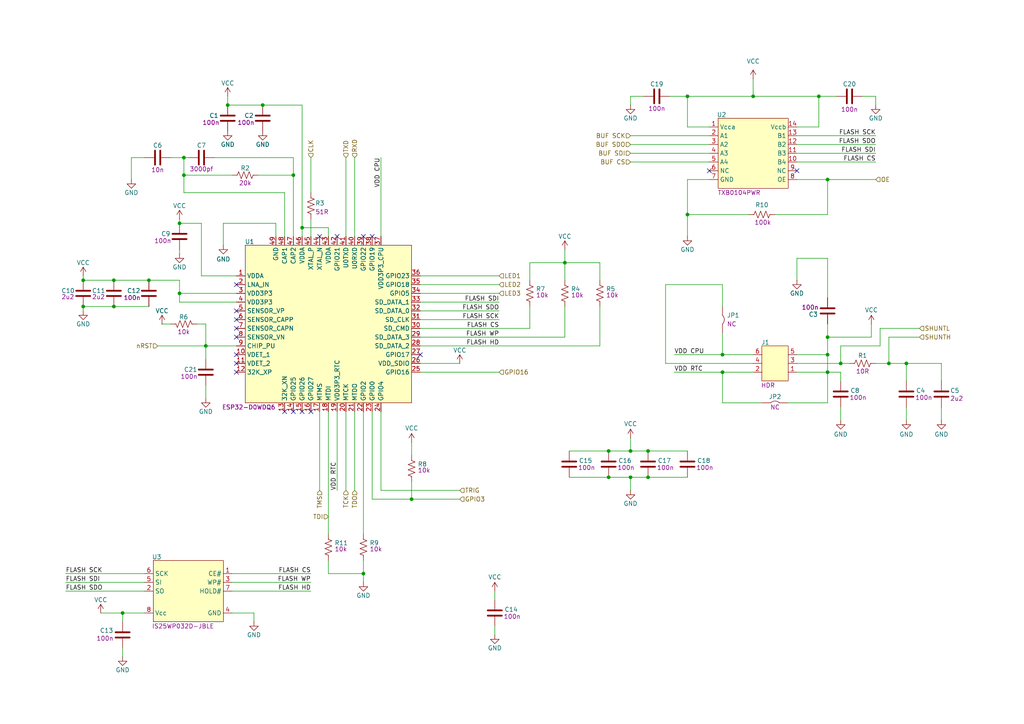
<source format=kicad_sch>
(kicad_sch (version 20231120) (generator "eeschema") (generator_version "8.0")
  (paper "A4")
  (junction (at 182.88 138.43))
  (junction (at 240.03 52.07))
  (junction (at 35.56 177.8))
  (junction (at 76.2 30.48))
  (junction (at 240.03 97.79))
  (junction (at 163.83 76.2))
  (junction (at 240.03 107.95))
  (junction (at 209.55 107.95))
  (junction (at 243.84 105.41))
  (junction (at 187.96 138.43))
  (junction (at 33.02 88.9))
  (junction (at 85.09 50.8))
  (junction (at 218.44 27.94))
  (junction (at 199.39 62.23))
  (junction (at 105.41 166.37))
  (junction (at 66.04 30.48))
  (junction (at 53.34 45.72))
  (junction (at 59.69 100.33))
  (junction (at 199.39 27.94))
  (junction (at 52.07 85.09))
  (junction (at 24.13 88.9))
  (junction (at 43.18 81.28))
  (junction (at 209.55 102.87))
  (junction (at 24.13 81.28))
  (junction (at 87.63 66.04))
  (junction (at 187.96 130.81))
  (junction (at 257.81 105.41))
  (junction (at 262.89 105.41))
  (junction (at 237.49 27.94))
  (junction (at 52.07 64.77))
  (junction (at 119.38 144.78))
  (junction (at 176.53 138.43))
  (junction (at 33.02 81.28))
  (junction (at 53.34 50.8))
  (junction (at 182.88 130.81))
  (junction (at 176.53 130.81))
  (junction (at 240.03 102.87))
  (no_connect (at 68.58 107.95))
  (no_connect (at 85.09 119.38))
  (no_connect (at 68.58 90.17))
  (no_connect (at 68.58 95.25))
  (no_connect (at 205.74 49.53))
  (no_connect (at 105.41 68.58))
  (no_connect (at 68.58 105.41))
  (no_connect (at 231.14 49.53))
  (no_connect (at 121.92 102.87))
  (no_connect (at 107.95 68.58))
  (no_connect (at 92.71 68.58))
  (no_connect (at 87.63 119.38))
  (no_connect (at 68.58 82.55))
  (no_connect (at 68.58 92.71))
  (no_connect (at 90.17 119.38))
  (no_connect (at 68.58 97.79))
  (no_connect (at 68.58 102.87))
  (no_connect (at 97.79 68.58))
  (no_connect (at 82.55 119.38))
  (wire (pts (xy 195.58 107.95) (xy 209.55 107.95)))
  (wire (pts (xy 80.01 64.77) (xy 64.77 64.77)))
  (wire (pts (xy 187.96 130.81) (xy 199.39 130.81)))
  (wire (pts (xy 237.49 27.94) (xy 237.49 36.83)))
  (wire (pts (xy 67.31 171.45) (xy 90.17 171.45)))
  (wire (pts (xy 105.41 119.38) (xy 105.41 154.94)))
  (wire (pts (xy 52.07 63.5) (xy 52.07 64.77)))
  (wire (pts (xy 53.34 45.72) (xy 54.61 45.72)))
  (wire (pts (xy 19.05 166.37) (xy 41.91 166.37)))
  (wire (pts (xy 243.84 107.95) (xy 243.84 110.49)))
  (wire (pts (xy 262.89 105.41) (xy 262.89 110.49)))
  (wire (pts (xy 52.07 73.66) (xy 52.07 72.39)))
  (wire (pts (xy 153.67 88.9) (xy 153.67 95.25)))
  (wire (pts (xy 67.31 168.91) (xy 90.17 168.91)))
  (wire (pts (xy 95.25 68.58) (xy 95.25 66.04)))
  (wire (pts (xy 110.49 142.24) (xy 133.35 142.24)))
  (wire (pts (xy 19.05 168.91) (xy 41.91 168.91)))
  (wire (pts (xy 240.03 74.93) (xy 231.14 74.93)))
  (wire (pts (xy 153.67 76.2) (xy 163.83 76.2)))
  (wire (pts (xy 182.88 46.99) (xy 205.74 46.99)))
  (wire (pts (xy 193.04 82.55) (xy 209.55 82.55)))
  (wire (pts (xy 262.89 105.41) (xy 273.05 105.41)))
  (wire (pts (xy 209.55 116.84) (xy 220.98 116.84)))
  (wire (pts (xy 24.13 88.9) (xy 24.13 90.17)))
  (wire (pts (xy 52.07 87.63) (xy 68.58 87.63)))
  (wire (pts (xy 82.55 68.58) (xy 82.55 55.88)))
  (wire (pts (xy 240.03 52.07) (xy 254 52.07)))
  (wire (pts (xy 143.51 171.45) (xy 143.51 173.99)))
  (wire (pts (xy 199.39 62.23) (xy 217.17 62.23)))
  (wire (pts (xy 110.49 142.24) (xy 110.49 119.38)))
  (wire (pts (xy 41.91 45.72) (xy 38.1 45.72)))
  (wire (pts (xy 73.66 177.8) (xy 73.66 180.34)))
  (wire (pts (xy 121.92 92.71) (xy 144.78 92.71)))
  (wire (pts (xy 49.53 93.98) (xy 46.99 93.98)))
  (wire (pts (xy 52.07 85.09) (xy 68.58 85.09)))
  (wire (pts (xy 121.92 107.95) (xy 144.78 107.95)))
  (wire (pts (xy 176.53 130.81) (xy 182.88 130.81)))
  (wire (pts (xy 187.96 138.43) (xy 199.39 138.43)))
  (wire (pts (xy 240.03 86.36) (xy 240.03 74.93)))
  (wire (pts (xy 110.49 68.58) (xy 110.49 45.72)))
  (wire (pts (xy 173.99 88.9) (xy 173.99 100.33)))
  (wire (pts (xy 255.27 95.25) (xy 266.7 95.25)))
  (wire (pts (xy 133.35 105.41) (xy 121.92 105.41)))
  (wire (pts (xy 67.31 166.37) (xy 90.17 166.37)))
  (wire (pts (xy 43.18 81.28) (xy 33.02 81.28)))
  (wire (pts (xy 24.13 80.01) (xy 24.13 81.28)))
  (wire (pts (xy 95.25 66.04) (xy 87.63 66.04)))
  (wire (pts (xy 273.05 118.11) (xy 273.05 121.92)))
  (wire (pts (xy 76.2 30.48) (xy 87.63 30.48)))
  (wire (pts (xy 95.25 162.56) (xy 95.25 166.37)))
  (wire (pts (xy 119.38 128.27) (xy 119.38 132.08)))
  (wire (pts (xy 209.55 102.87) (xy 218.44 102.87)))
  (wire (pts (xy 87.63 68.58) (xy 87.63 66.04)))
  (wire (pts (xy 186.69 27.94) (xy 182.88 27.94)))
  (wire (pts (xy 102.87 68.58) (xy 102.87 45.72)))
  (wire (pts (xy 182.88 27.94) (xy 182.88 30.48)))
  (wire (pts (xy 95.25 119.38) (xy 95.25 154.94)))
  (wire (pts (xy 165.1 138.43) (xy 176.53 138.43)))
  (wire (pts (xy 255.27 100.33) (xy 255.27 95.25)))
  (wire (pts (xy 250.19 27.94) (xy 254 27.94)))
  (wire (pts (xy 240.03 116.84) (xy 228.6 116.84)))
  (wire (pts (xy 121.92 100.33) (xy 173.99 100.33)))
  (wire (pts (xy 231.14 107.95) (xy 240.03 107.95)))
  (wire (pts (xy 199.39 62.23) (xy 199.39 68.58)))
  (wire (pts (xy 243.84 105.41) (xy 243.84 100.33)))
  (wire (pts (xy 33.02 81.28) (xy 24.13 81.28)))
  (wire (pts (xy 59.69 111.76) (xy 59.69 115.57)))
  (wire (pts (xy 52.07 64.77) (xy 58.42 64.77)))
  (wire (pts (xy 100.33 142.24) (xy 100.33 119.38)))
  (wire (pts (xy 231.14 105.41) (xy 243.84 105.41)))
  (wire (pts (xy 193.04 105.41) (xy 218.44 105.41)))
  (wire (pts (xy 240.03 97.79) (xy 252.73 97.79)))
  (wire (pts (xy 53.34 55.88) (xy 53.34 50.8)))
  (wire (pts (xy 209.55 107.95) (xy 209.55 116.84)))
  (wire (pts (xy 257.81 105.41) (xy 257.81 97.79)))
  (wire (pts (xy 231.14 44.45) (xy 254 44.45)))
  (wire (pts (xy 62.23 45.72) (xy 85.09 45.72)))
  (wire (pts (xy 59.69 93.98) (xy 57.15 93.98)))
  (wire (pts (xy 90.17 45.72) (xy 90.17 55.88)))
  (wire (pts (xy 97.79 142.24) (xy 97.79 119.38)))
  (wire (pts (xy 240.03 97.79) (xy 240.03 93.98)))
  (wire (pts (xy 231.14 41.91) (xy 254 41.91)))
  (wire (pts (xy 240.03 107.95) (xy 243.84 107.95)))
  (wire (pts (xy 199.39 27.94) (xy 218.44 27.94)))
  (wire (pts (xy 254 27.94) (xy 254 30.48)))
  (wire (pts (xy 243.84 118.11) (xy 243.84 121.92)))
  (wire (pts (xy 237.49 27.94) (xy 242.57 27.94)))
  (wire (pts (xy 143.51 181.61) (xy 143.51 184.15)))
  (wire (pts (xy 58.42 80.01) (xy 58.42 64.77)))
  (wire (pts (xy 209.55 107.95) (xy 218.44 107.95)))
  (wire (pts (xy 85.09 68.58) (xy 85.09 50.8)))
  (wire (pts (xy 100.33 68.58) (xy 100.33 45.72)))
  (wire (pts (xy 182.88 138.43) (xy 182.88 142.24)))
  (wire (pts (xy 199.39 27.94) (xy 199.39 36.83)))
  (wire (pts (xy 240.03 107.95) (xy 240.03 116.84)))
  (wire (pts (xy 252.73 93.98) (xy 252.73 97.79)))
  (wire (pts (xy 80.01 68.58) (xy 80.01 64.77)))
  (wire (pts (xy 199.39 52.07) (xy 199.39 62.23)))
  (wire (pts (xy 231.14 102.87) (xy 240.03 102.87)))
  (wire (pts (xy 90.17 63.5) (xy 90.17 68.58)))
  (wire (pts (xy 121.92 90.17) (xy 144.78 90.17)))
  (wire (pts (xy 163.83 76.2) (xy 173.99 76.2)))
  (wire (pts (xy 53.34 50.8) (xy 53.34 45.72)))
  (wire (pts (xy 119.38 139.7) (xy 119.38 144.78)))
  (wire (pts (xy 95.25 166.37) (xy 105.41 166.37)))
  (wire (pts (xy 262.89 118.11) (xy 262.89 121.92)))
  (wire (pts (xy 231.14 36.83) (xy 237.49 36.83)))
  (wire (pts (xy 254 105.41) (xy 257.81 105.41)))
  (wire (pts (xy 52.07 85.09) (xy 52.07 81.28)))
  (wire (pts (xy 121.92 97.79) (xy 163.83 97.79)))
  (wire (pts (xy 33.02 88.9) (xy 43.18 88.9)))
  (wire (pts (xy 66.04 27.94) (xy 66.04 30.48)))
  (wire (pts (xy 195.58 102.87) (xy 209.55 102.87)))
  (wire (pts (xy 163.83 88.9) (xy 163.83 97.79)))
  (wire (pts (xy 87.63 30.48) (xy 87.63 66.04)))
  (wire (pts (xy 74.93 50.8) (xy 85.09 50.8)))
  (wire (pts (xy 35.56 177.8) (xy 35.56 180.34)))
  (wire (pts (xy 240.03 102.87) (xy 240.03 107.95)))
  (wire (pts (xy 218.44 27.94) (xy 237.49 27.94)))
  (wire (pts (xy 243.84 100.33) (xy 255.27 100.33)))
  (wire (pts (xy 182.88 138.43) (xy 187.96 138.43)))
  (wire (pts (xy 231.14 39.37) (xy 254 39.37)))
  (wire (pts (xy 231.14 74.93) (xy 231.14 81.28)))
  (wire (pts (xy 107.95 119.38) (xy 107.95 144.78)))
  (wire (pts (xy 92.71 142.24) (xy 92.71 119.38)))
  (wire (pts (xy 224.79 62.23) (xy 240.03 62.23)))
  (wire (pts (xy 82.55 55.88) (xy 53.34 55.88)))
  (wire (pts (xy 53.34 50.8) (xy 67.31 50.8)))
  (wire (pts (xy 35.56 187.96) (xy 35.56 190.5)))
  (wire (pts (xy 205.74 36.83) (xy 199.39 36.83)))
  (wire (pts (xy 240.03 102.87) (xy 240.03 97.79)))
  (wire (pts (xy 209.55 96.52) (xy 209.55 102.87)))
  (wire (pts (xy 231.14 52.07) (xy 240.03 52.07)))
  (wire (pts (xy 49.53 45.72) (xy 53.34 45.72)))
  (wire (pts (xy 68.58 80.01) (xy 58.42 80.01)))
  (wire (pts (xy 240.03 62.23) (xy 240.03 52.07)))
  (wire (pts (xy 121.92 95.25) (xy 153.67 95.25)))
  (wire (pts (xy 59.69 93.98) (xy 59.69 100.33)))
  (wire (pts (xy 194.31 27.94) (xy 199.39 27.94)))
  (wire (pts (xy 19.05 171.45) (xy 41.91 171.45)))
  (wire (pts (xy 52.07 87.63) (xy 52.07 85.09)))
  (wire (pts (xy 105.41 166.37) (xy 105.41 168.91)))
  (wire (pts (xy 163.83 72.39) (xy 163.83 76.2)))
  (wire (pts (xy 29.21 177.8) (xy 35.56 177.8)))
  (wire (pts (xy 205.74 52.07) (xy 199.39 52.07)))
  (wire (pts (xy 209.55 82.55) (xy 209.55 88.9)))
  (wire (pts (xy 243.84 105.41) (xy 246.38 105.41)))
  (wire (pts (xy 121.92 87.63) (xy 144.78 87.63)))
  (wire (pts (xy 273.05 105.41) (xy 273.05 110.49)))
  (wire (pts (xy 66.04 30.48) (xy 76.2 30.48)))
  (wire (pts (xy 182.88 127) (xy 182.88 130.81)))
  (wire (pts (xy 105.41 166.37) (xy 105.41 162.56)))
  (wire (pts (xy 218.44 22.86) (xy 218.44 27.94)))
  (wire (pts (xy 176.53 138.43) (xy 182.88 138.43)))
  (wire (pts (xy 52.07 81.28) (xy 43.18 81.28)))
  (wire (pts (xy 182.88 44.45) (xy 205.74 44.45)))
  (wire (pts (xy 165.1 130.81) (xy 176.53 130.81)))
  (wire (pts (xy 121.92 85.09) (xy 144.78 85.09)))
  (wire (pts (xy 193.04 105.41) (xy 193.04 82.55)))
  (wire (pts (xy 59.69 100.33) (xy 59.69 104.14)))
  (wire (pts (xy 121.92 82.55) (xy 144.78 82.55)))
  (wire (pts (xy 182.88 130.81) (xy 187.96 130.81)))
  (wire (pts (xy 121.92 80.01) (xy 144.78 80.01)))
  (wire (pts (xy 231.14 46.99) (xy 254 46.99)))
  (wire (pts (xy 182.88 39.37) (xy 205.74 39.37)))
  (wire (pts (xy 45.72 100.33) (xy 59.69 100.33)))
  (wire (pts (xy 119.38 144.78) (xy 133.35 144.78)))
  (wire (pts (xy 38.1 45.72) (xy 38.1 52.07)))
  (wire (pts (xy 73.66 177.8) (xy 67.31 177.8)))
  (wire (pts (xy 64.77 64.77) (xy 64.77 71.12)))
  (wire (pts (xy 173.99 76.2) (xy 173.99 81.28)))
  (wire (pts (xy 59.69 100.33) (xy 68.58 100.33)))
  (wire (pts (xy 182.88 41.91) (xy 205.74 41.91)))
  (wire (pts (xy 257.81 105.41) (xy 262.89 105.41)))
  (wire (pts (xy 102.87 142.24) (xy 102.87 119.38)))
  (wire (pts (xy 257.81 97.79) (xy 266.7 97.79)))
  (wire (pts (xy 163.83 76.2) (xy 163.83 81.28)))
  (wire (pts (xy 24.13 88.9) (xy 33.02 88.9)))
  (wire (pts (xy 85.09 50.8) (xy 85.09 45.72)))
  (wire (pts (xy 107.95 144.78) (xy 119.38 144.78)))
  (wire (pts (xy 35.56 177.8) (xy 41.91 177.8)))
  (wire (pts (xy 153.67 81.28) (xy 153.67 76.2)))
  (label "FLASH SCK" (at 144.78 92.71 180))
  (label "FLASH SDI" (at 254 44.45 180))
  (label "FLASH SDI" (at 19.05 168.91 0))
  (label "FLASH WP" (at 144.78 97.79 180))
  (label "VDD RTC" (at 97.79 142.24 90))
  (label "FLASH CS" (at 254 46.99 180))
  (label "VDD CPU" (at 110.49 45.72 270))
  (label "FLASH SDO" (at 144.78 90.17 180))
  (label "FLASH SCK" (at 254 39.37 180))
  (label "FLASH SDO" (at 19.05 171.45 0))
  (label "FLASH CS" (at 144.78 95.25 180))
  (label "VDD RTC" (at 195.58 107.95 0))
  (label "FLASH SDI" (at 144.78 87.63 180))
  (label "FLASH HD" (at 144.78 100.33 180))
  (label "FLASH HD" (at 90.17 171.45 180))
  (label "VDD CPU" (at 195.58 102.87 0))
  (label "FLASH SCK" (at 19.05 166.37 0))
  (label "FLASH WP" (at 90.17 168.91 180))
  (label "FLASH CS" (at 90.17 166.37 180))
  (label "FLASH SDO" (at 254 41.91 180))
  (hierarchical_label "TXD" (shape input) (at 100.33 45.72 90))
  (hierarchical_label "TDO" (shape input) (at 102.87 142.24 270))
  (hierarchical_label "BUF SDI" (shape input) (at 182.88 44.45 180))
  (hierarchical_label "BUF SCK" (shape input) (at 182.88 39.37 180))
  (hierarchical_label "CLK" (shape input) (at 90.17 45.72 90))
  (hierarchical_label "GPIO16" (shape input) (at 144.78 107.95 0))
  (hierarchical_label "RXD" (shape input) (at 102.87 45.72 90))
  (hierarchical_label "SHUNTH" (shape input) (at 266.7 97.79 0))
  (hierarchical_label "BUF SDO" (shape input) (at 182.88 41.91 180))
  (hierarchical_label "SHUNTL" (shape input) (at 266.7 95.25 0))
  (hierarchical_label "TRIG" (shape input) (at 133.35 142.24 0))
  (hierarchical_label "BUF CS" (shape input) (at 182.88 46.99 180))
  (hierarchical_label "LED3" (shape input) (at 144.78 85.09 0))
  (hierarchical_label "nRST" (shape input) (at 45.72 100.33 180))
  (hierarchical_label "LED2" (shape input) (at 144.78 82.55 0))
  (hierarchical_label "TMS" (shape input) (at 92.71 142.24 270))
  (hierarchical_label "TCK" (shape input) (at 100.33 142.24 270))
  (hierarchical_label "TDI" (shape input) (at 95.25 149.86 180))
  (hierarchical_label "OE" (shape input) (at 254 52.07 0))
  (hierarchical_label "GPIO3" (shape input) (at 133.35 144.78 0))
  (hierarchical_label "LED1" (shape input) (at 144.78 80.01 0))
  (symbol (lib_id "0603_Yageo_Res:RES_20k_0603") (at 71.12 50.8 0) (unit 1)
    (property "Reference" "R2" (at 71.12 48.768 0))
    (property "Value" "RES_20k_0603" (effects (hide yes)))
    (property "Footprint" "Resistor_SMD:R_0603_1608Metric" (effects (hide yes)))
    (property "Datasheet" "https://www.yageo.com/upload/media/product/products/datasheet/rchip/PYu-RC_Group_51_RoHS_L_12.pdf" (effects (hide yes)))
    (property "Description" "RES 20K OHM 1% 1/10W 0603" (effects (hide yes)))
    (property "Display Value" "20k" (at 71.12 53.086 0))
    (property "Manufacturer" "YAGEO" (effects (hide yes)))
    (property "Manufacturer Part Number" "RC0603FR-0720KL" (effects (hide yes)))
    (property "Supplier 1" "DigiKey" (effects (hide yes)))
    (property "Supplier 1 Part Number" "311-20.0KHRCT-ND" (effects (hide yes)))
    (property "Supplier 2" "no_data" (effects (hide yes)))
    (property "Supplier 2 Part Number" "no_data" (effects (hide yes)))
  )
  (symbol (lib_id "power:GND") (at 254 30.48 0) (mirror y) (unit 1)
    (property "Reference" "#PWR065" (effects (hide yes)))
    (property "Value" "GND" (at 254 34.29 0))
    (property "Description" "Power symbol creates a global label with name \"GND\" , ground" (effects (hide yes)))
  )
  (symbol (lib_id "power:VCC") (at 52.07 63.5 0) (unit 1)
    (property "Reference" "#PWR043" (effects (hide yes)))
    (property "Value" "VCC" (at 52.07 59.69 0))
    (property "Description" "Power symbol creates a global label with name \"VCC\"" (effects (hide yes)))
  )
  (symbol (lib_id "power:GND") (at 66.04 38.1 0) (unit 1)
    (property "Reference" "#PWR048" (effects (hide yes)))
    (property "Value" "GND" (at 66.04 41.91 0))
    (property "Description" "Power symbol creates a global label with name \"GND\" , ground" (effects (hide yes)))
  )
  (symbol (lib_id "nae_caps:CAP_2u2_6.3V_0603") (at 33.02 85.09 270) (unit 1)
    (property "Reference" "C11" (at 26.67 84.328 90) (effects (justify left)))
    (property "Value" "CAP_2u2_6.3V_0603" (effects (hide yes)))
    (property "Footprint" "Capacitor_SMD:C_0603_1608Metric" (effects (hide yes)))
    (property "Datasheet" "https://www.yageo.com/upload/media/product/productsearch/datasheet/mlcc/UPY-GPHC_X7R_6.3V-to-250V_24.pdf" (effects (hide yes)))
    (property "Description" "CAP CER 2.2UF 6.3V X7R 0603" (effects (hide yes)))
    (property "Display Value" "2u2" (at 26.67 86.106 90) (effects (justify left)))
    (property "Manufacturer" "YAGEO" (effects (hide yes)))
    (property "Manufacturer Part Number" "CC0603KRX7R5BB225" (effects (hide yes)))
    (property "Supplier 1" "DigiKey" (effects (hide yes)))
    (property "Supplier 1 Part Number" "311-1795-1-ND" (effects (hide yes)))
    (property "Supplier 2" "no_data" (effects (hide yes)))
    (property "Supplier 2 Part Number" "no_data" (effects (hide yes)))
  )
  (symbol (lib_id "0603_Yageo_Res:RES_10R_0603") (at 250.19 105.41 0) (unit 1)
    (property "Reference" "R1" (at 250.19 103.124 0))
    (property "Value" "RES_10R_0603" (effects (hide yes)))
    (property "Footprint" "Resistor_SMD:R_0603_1608Metric" (effects (hide yes)))
    (property "Datasheet" "https://www.yageo.com/upload/media/product/products/datasheet/rchip/PYu-RC_Group_51_RoHS_L_12.pdf" (effects (hide yes)))
    (property "Description" "RES 10 OHM 1% 1/10W 0603" (effects (hide yes)))
    (property "Display Value" "10R" (at 250.19 107.696 0))
    (property "Manufacturer" "YAGEO" (effects (hide yes)))
    (property "Manufacturer Part Number" "RC0603FR-0710RL" (effects (hide yes)))
    (property "Supplier 1" "DigiKey" (effects (hide yes)))
    (property "Supplier 1 Part Number" "311-10.0HRCT-ND" (effects (hide yes)))
    (property "Supplier 2" "no_data" (effects (hide yes)))
    (property "Supplier 2 Part Number" "no_data" (effects (hide yes)))
  )
  (symbol (lib_id "nae_caps:CAP_100n_6.3V_0603") (at 59.69 107.95 270) (unit 1)
    (property "Reference" "C21" (at 53.34 107.188 90) (effects (justify left)))
    (property "Value" "CAP_100n_6.3V_0603" (effects (hide yes)))
    (property "Footprint" "Capacitor_SMD:C_0603_1608Metric" (effects (hide yes)))
    (property "Datasheet" "https://www.yageo.com/upload/media/product/productsearch/datasheet/mlcc/UPY-GPHC_X7R_6.3V-to-250V_24.pdf" (effects (hide yes)))
    (property "Description" "CAP CER 0.1UF 6.3V X7R 0603" (effects (hide yes)))
    (property "Display Value" "100n" (at 52.324 109.22 90) (effects (justify left)))
    (property "Manufacturer" "YAGEO" (effects (hide yes)))
    (property "Manufacturer Part Number" "CC0603KRX7R5BB104" (effects (hide yes)))
    (property "Supplier 1" "DigiKey" (effects (hide yes)))
    (property "Supplier 1 Part Number" "13-CC0603KRX7R5BB104CT-ND" (effects (hide yes)))
    (property "Supplier 2" "no_data" (effects (hide yes)))
    (property "Supplier 2 Part Number" "no_data" (effects (hide yes)))
  )
  (symbol (lib_id "nae_caps:CAP_3000p_50V_0603") (at 58.42 45.72 0) (unit 1)
    (property "Reference" "C7" (at 58.42 42.164 0))
    (property "Value" "CAP_3000p_50V_0603" (effects (hide yes)))
    (property "Footprint" "Capacitor_SMD:C_0603_1608Metric" (effects (hide yes)))
    (property "Datasheet" "https://www.yageo.com/upload/media/product/productsearch/datasheet/mlcc/UPY-GP_NP0_16V-to-50V_18.pdf" (effects (hide yes)))
    (property "Description" "CAP CER 3000PF 50V C0G/NP0 0603" (effects (hide yes)))
    (property "Display Value" "3000pf" (at 58.42 49.022 0))
    (property "Manufacturer" "YAGEO" (effects (hide yes)))
    (property "Manufacturer Part Number" "CC0603JRNPO9BN302" (effects (hide yes)))
    (property "Supplier 1" "DigiKey" (effects (hide yes)))
    (property "Supplier 1 Part Number" "13-CC0603JRNPO9BN302CT-ND" (effects (hide yes)))
  )
  (symbol (lib_id "power:GND") (at 182.88 30.48 0) (unit 1)
    (property "Reference" "#PWR057" (effects (hide yes)))
    (property "Value" "GND" (at 182.88 34.29 0))
    (property "Description" "Power symbol creates a global label with name \"GND\" , ground" (effects (hide yes)))
  )
  (symbol (lib_id "nae_caps:CAP_100n_6.3V_0603") (at 52.07 68.58 270) (unit 1)
    (property "Reference" "C9" (at 46.736 67.818 90) (effects (justify left)))
    (property "Value" "CAP_100n_6.3V_0603" (effects (hide yes)))
    (property "Footprint" "Capacitor_SMD:C_0603_1608Metric" (effects (hide yes)))
    (property "Datasheet" "https://www.yageo.com/upload/media/product/productsearch/datasheet/mlcc/UPY-GPHC_X7R_6.3V-to-250V_24.pdf" (effects (hide yes)))
    (property "Description" "CAP CER 0.1UF 6.3V X7R 0603" (effects (hide yes)))
    (property "Display Value" "100n" (at 44.704 69.85 90) (effects (justify left)))
    (property "Manufacturer" "YAGEO" (effects (hide yes)))
    (property "Manufacturer Part Number" "CC0603KRX7R5BB104" (effects (hide yes)))
    (property "Supplier 1" "DigiKey" (effects (hide yes)))
    (property "Supplier 1 Part Number" "13-CC0603KRX7R5BB104CT-ND" (effects (hide yes)))
    (property "Supplier 2" "no_data" (effects (hide yes)))
    (property "Supplier 2 Part Number" "no_data" (effects (hide yes)))
  )
  (symbol (lib_id "nae_caps:CAP_100n_6.3V_0603") (at 76.2 34.29 270) (unit 1)
    (property "Reference" "C2" (at 70.866 33.528 90) (effects (justify left)))
    (property "Value" "CAP_100n_6.3V_0603" (effects (hide yes)))
    (property "Footprint" "Capacitor_SMD:C_0603_1608Metric" (effects (hide yes)))
    (property "Datasheet" "https://www.yageo.com/upload/media/product/productsearch/datasheet/mlcc/UPY-GPHC_X7R_6.3V-to-250V_24.pdf" (effects (hide yes)))
    (property "Description" "CAP CER 0.1UF 6.3V X7R 0603" (effects (hide yes)))
    (property "Display Value" "100n" (at 68.834 35.56 90) (effects (justify left)))
    (property "Manufacturer" "YAGEO" (effects (hide yes)))
    (property "Manufacturer Part Number" "CC0603KRX7R5BB104" (effects (hide yes)))
    (property "Supplier 1" "DigiKey" (effects (hide yes)))
    (property "Supplier 1 Part Number" "13-CC0603KRX7R5BB104CT-ND" (effects (hide yes)))
    (property "Supplier 2" "no_data" (effects (hide yes)))
    (property "Supplier 2 Part Number" "no_data" (effects (hide yes)))
  )
  (symbol (lib_id "power:VCC") (at 46.99 93.98 0) (unit 1)
    (property "Reference" "#PWR042" (effects (hide yes)))
    (property "Value" "VCC" (at 46.99 90.17 0))
    (property "Description" "Power symbol creates a global label with name \"VCC\"" (effects (hide yes)))
  )
  (symbol (lib_id "0603_Yageo_Res:RES_100k_0603") (at 220.98 62.23 0) (unit 1)
    (property "Reference" "R10" (at 220.98 59.436 0))
    (property "Value" "RES_100k_0603" (effects (hide yes)))
    (property "Footprint" "Resistor_SMD:R_0603_1608Metric" (effects (hide yes)))
    (property "Datasheet" "https://www.yageo.com/upload/media/product/products/datasheet/rchip/PYu-RC_Group_51_RoHS_L_12.pdf" (effects (hide yes)))
    (property "Description" "RES 100K OHM 1% 1/10W 0603" (effects (hide yes)))
    (property "Display Value" "100k" (at 221.234 64.516 0))
    (property "Manufacturer" "YAGEO" (effects (hide yes)))
    (property "Manufacturer Part Number" "RC0603FR-07100KL" (effects (hide yes)))
    (property "Supplier 1" "DigiKey" (effects (hide yes)))
    (property "Supplier 1 Part Number" "311-100KHRCT-ND" (effects (hide yes)))
    (property "Supplier 2" "no_data" (effects (hide yes)))
    (property "Supplier 2 Part Number" "no_data" (effects (hide yes)))
  )
  (symbol (lib_id "power:VCC") (at 182.88 127 0) (unit 1)
    (property "Reference" "#PWR058" (effects (hide yes)))
    (property "Value" "VCC" (at 182.88 122.936 0))
    (property "Description" "Power symbol creates a global label with name \"VCC\"" (effects (hide yes)))
  )
  (symbol (lib_id "power:GND") (at 143.51 184.15 0) (unit 1)
    (property "Reference" "#PWR055" (effects (hide yes)))
    (property "Value" "GND" (at 143.51 187.96 0))
    (property "Description" "Power symbol creates a global label with name \"GND\" , ground" (effects (hide yes)))
  )
  (symbol (lib_id "power:GND") (at 59.69 115.57 0) (unit 1)
    (property "Reference" "#PWR045" (effects (hide yes)))
    (property "Value" "GND" (at 59.69 119.38 0))
    (property "Description" "Power symbol creates a global label with name \"GND\" , ground" (effects (hide yes)))
  )
  (symbol (lib_id "nae_caps:CAP_100n_6.3V_0603") (at 240.03 90.17 90) (unit 1)
    (property "Reference" "C3" (at 237.236 91.186 90) (effects (justify left)))
    (property "Value" "CAP_100n_6.3V_0603" (effects (hide yes)))
    (property "Footprint" "Capacitor_SMD:C_0603_1608Metric" (effects (hide yes)))
    (property "Datasheet" "https://www.yageo.com/upload/media/product/productsearch/datasheet/mlcc/UPY-GPHC_X7R_6.3V-to-250V_24.pdf" (effects (hide yes)))
    (property "Description" "CAP CER 0.1UF 6.3V X7R 0603" (effects (hide yes)))
    (property "Display Value" "100n" (at 237.49 89.154 90) (effects (justify left)))
    (property "Manufacturer" "YAGEO" (effects (hide yes)))
    (property "Manufacturer Part Number" "CC0603KRX7R5BB104" (effects (hide yes)))
    (property "Supplier 1" "DigiKey" (effects (hide yes)))
    (property "Supplier 1 Part Number" "13-CC0603KRX7R5BB104CT-ND" (effects (hide yes)))
    (property "Supplier 2" "no_data" (effects (hide yes)))
    (property "Supplier 2 Part Number" "no_data" (effects (hide yes)))
  )
  (symbol (lib_id "power:VCC") (at 29.21 177.8 0) (unit 1)
    (property "Reference" "#PWR039" (effects (hide yes)))
    (property "Value" "VCC" (at 29.21 173.99 0))
    (property "Description" "Power symbol creates a global label with name \"VCC\"" (effects (hide yes)))
  )
  (symbol (lib_id "power:GND") (at 38.1 52.07 0) (unit 1)
    (property "Reference" "#PWR041" (effects (hide yes)))
    (property "Value" "GND" (at 38.1 55.88 0))
    (property "Description" "Power symbol creates a global label with name \"GND\" , ground" (effects (hide yes)))
  )
  (symbol (lib_id "nae_caps:CAP_100n_6.3V_0603") (at 199.39 134.62 270) (unit 1)
    (property "Reference" "C18" (at 202.184 133.604 90) (effects (justify left)))
    (property "Value" "CAP_100n_6.3V_0603" (effects (hide yes)))
    (property "Footprint" "Capacitor_SMD:C_0603_1608Metric" (effects (hide yes)))
    (property "Datasheet" "https://www.yageo.com/upload/media/product/productsearch/datasheet/mlcc/UPY-GPHC_X7R_6.3V-to-250V_24.pdf" (effects (hide yes)))
    (property "Description" "CAP CER 0.1UF 6.3V X7R 0603" (effects (hide yes)))
    (property "Display Value" "100n" (at 201.93 135.636 90) (effects (justify left)))
    (property "Manufacturer" "YAGEO" (effects (hide yes)))
    (property "Manufacturer Part Number" "CC0603KRX7R5BB104" (effects (hide yes)))
    (property "Supplier 1" "DigiKey" (effects (hide yes)))
    (property "Supplier 1 Part Number" "13-CC0603KRX7R5BB104CT-ND" (effects (hide yes)))
    (property "Supplier 2" "no_data" (effects (hide yes)))
    (property "Supplier 2 Part Number" "no_data" (effects (hide yes)))
  )
  (symbol (lib_id "nae_caps:CAP_100n_6.3V_0603") (at 262.89 114.3 270) (unit 1)
    (property "Reference" "C4" (at 265.684 113.284 90) (effects (justify left)))
    (property "Value" "CAP_100n_6.3V_0603" (effects (hide yes)))
    (property "Footprint" "Capacitor_SMD:C_0603_1608Metric" (effects (hide yes)))
    (property "Datasheet" "https://www.yageo.com/upload/media/product/productsearch/datasheet/mlcc/UPY-GPHC_X7R_6.3V-to-250V_24.pdf" (effects (hide yes)))
    (property "Description" "CAP CER 0.1UF 6.3V X7R 0603" (effects (hide yes)))
    (property "Display Value" "100n" (at 265.43 115.316 90) (effects (justify left)))
    (property "Manufacturer" "YAGEO" (effects (hide yes)))
    (property "Manufacturer Part Number" "CC0603KRX7R5BB104" (effects (hide yes)))
    (property "Supplier 1" "DigiKey" (effects (hide yes)))
    (property "Supplier 1 Part Number" "13-CC0603KRX7R5BB104CT-ND" (effects (hide yes)))
    (property "Supplier 2" "no_data" (effects (hide yes)))
    (property "Supplier 2 Part Number" "no_data" (effects (hide yes)))
  )
  (symbol (lib_id "0603_Yageo_Res:RES_10k_0603") (at 163.83 85.09 90) (unit 1)
    (property "Reference" "R4" (at 165.608 83.82 90) (effects (justify right)))
    (property "Value" "RES_10k_0603" (effects (hide yes)))
    (property "Footprint" "Resistor_SMD:R_0603_1608Metric" (effects (hide yes)))
    (property "Datasheet" "https://www.yageo.com/upload/media/product/products/datasheet/rchip/PYu-RC_Group_51_RoHS_L_12.pdf" (effects (hide yes)))
    (property "Description" "RES 10K OHM 1% 1/10W 0603" (effects (hide yes)))
    (property "Display Value" "10k" (at 165.608 85.598 90) (effects (justify right)))
    (property "Manufacturer" "YAGEO" (effects (hide yes)))
    (property "Manufacturer Part Number" "RC0603FR-0710KL" (effects (hide yes)))
    (property "Supplier 1" "DigiKey" (effects (hide yes)))
    (property "Supplier 1 Part Number" "311-10.0KHRCT-ND" (effects (hide yes)))
    (property "Supplier 2" "no_data" (effects (hide yes)))
    (property "Supplier 2 Part Number" "no_data" (effects (hide yes)))
  )
  (symbol (lib_id "power:VCC") (at 143.51 171.45 0) (unit 1)
    (property "Reference" "#PWR054" (effects (hide yes)))
    (property "Value" "VCC" (at 143.51 167.386 0))
    (property "Description" "Power symbol creates a global label with name \"VCC\"" (effects (hide yes)))
  )
  (symbol (lib_id "power:GND") (at 243.84 121.92 0) (unit 1)
    (property "Reference" "#PWR063" (effects (hide yes)))
    (property "Value" "GND" (at 243.84 125.984 0))
    (property "Description" "Power symbol creates a global label with name \"GND\" , ground" (effects (hide yes)))
  )
  (symbol (lib_id "NAE_Connectors:Solder_Jumper_2_NC") (at 224.79 116.84 270) (unit 1)
    (property "Reference" "JP2" (at 224.79 115.062 90))
    (property "Footprint" "Jumper:SolderJumper-2_P1.3mm_Bridged2Bar_Pad1.0x1.5mm" (effects (hide yes)))
    (property "Display Value" "NC" (at 224.79 118.11 90))
  )
  (symbol (lib_id "power:VCC") (at 119.38 128.27 0) (unit 1)
    (property "Reference" "#PWR052" (effects (hide yes)))
    (property "Value" "VCC" (at 119.38 124.206 0))
    (property "Description" "Power symbol creates a global label with name \"VCC\"" (effects (hide yes)))
  )
  (symbol (lib_id "power:VCC") (at 133.35 105.41 0) (mirror y) (unit 1)
    (property "Reference" "#PWR053" (effects (hide yes)))
    (property "Value" "VCC" (at 133.35 101.6 0))
    (property "Description" "Power symbol creates a global label with name \"VCC\"" (effects (hide yes)))
  )
  (symbol (lib_id "power:VCC") (at 252.73 93.98 0) (unit 1)
    (property "Reference" "#PWR064" (effects (hide yes)))
    (property "Value" "VCC" (at 252.73 89.916 0))
    (property "Description" "Power symbol creates a global label with name \"VCC\"" (effects (hide yes)))
  )
  (symbol (lib_id "nae_caps:CAP_100n_6.3V_0603") (at 190.5 27.94 0) (mirror y) (unit 1)
    (property "Reference" "C19" (at 190.5 24.384 0))
    (property "Value" "CAP_100n_6.3V_0603" (effects (hide yes)))
    (property "Footprint" "Capacitor_SMD:C_0603_1608Metric" (effects (hide yes)))
    (property "Datasheet" "https://www.yageo.com/upload/media/product/productsearch/datasheet/mlcc/UPY-GPHC_X7R_6.3V-to-250V_24.pdf" (effects (hide yes)))
    (property "Description" "CAP CER 0.1UF 6.3V X7R 0603" (effects (hide yes)))
    (property "Display Value" "100n" (at 190.5 31.496 0))
    (property "Manufacturer" "YAGEO" (effects (hide yes)))
    (property "Manufacturer Part Number" "CC0603KRX7R5BB104" (effects (hide yes)))
    (property "Supplier 1" "DigiKey" (effects (hide yes)))
    (property "Supplier 1 Part Number" "13-CC0603KRX7R5BB104CT-ND" (effects (hide yes)))
    (property "Supplier 2" "no_data" (effects (hide yes)))
    (property "Supplier 2 Part Number" "no_data" (effects (hide yes)))
  )
  (symbol (lib_id "nae_caps:CAP_100n_6.3V_0603") (at 176.53 134.62 270) (unit 1)
    (property "Reference" "C16" (at 179.324 133.604 90) (effects (justify left)))
    (property "Value" "CAP_100n_6.3V_0603" (effects (hide yes)))
    (property "Footprint" "Capacitor_SMD:C_0603_1608Metric" (effects (hide yes)))
    (property "Datasheet" "https://www.yageo.com/upload/media/product/productsearch/datasheet/mlcc/UPY-GPHC_X7R_6.3V-to-250V_24.pdf" (effects (hide yes)))
    (property "Description" "CAP CER 0.1UF 6.3V X7R 0603" (effects (hide yes)))
    (property "Display Value" "100n" (at 179.07 135.636 90) (effects (justify left)))
    (property "Manufacturer" "YAGEO" (effects (hide yes)))
    (property "Manufacturer Part Number" "CC0603KRX7R5BB104" (effects (hide yes)))
    (property "Supplier 1" "DigiKey" (effects (hide yes)))
    (property "Supplier 1 Part Number" "13-CC0603KRX7R5BB104CT-ND" (effects (hide yes)))
    (property "Supplier 2" "no_data" (effects (hide yes)))
    (property "Supplier 2 Part Number" "no_data" (effects (hide yes)))
  )
  (symbol (lib_id "NAE_Integrated_Circuits:IS25WP032D-JBLE") (at 54.61 166.37 0) (unit 1)
    (property "Reference" "U3" (at 45.466 161.544 0))
    (property "Value" "IS25WP032D" (effects (hide yes)))
    (property "Footprint" "Package_SO:SOIC-8_5.275x5.275mm_P1.27mm" (effects (hide yes)))
    (property "Datasheet" "https://www.issi.com/WW/pdf/25LP-WP032D.pdf" (effects (hide yes)))
    (property "Description" "IC FLASH 32MBIT SPI/QUAD 8SOIC" (effects (hide yes)))
    (property "Display Value" "IS25WP032D-JBLE" (at 53.086 181.61 0))
    (property "Manufacturer" "ISSI, Integrated Silicon Solution Inc" (effects (hide yes)))
    (property "Manufacturer Part Number" "IS25WP032D-JBLE" (effects (hide yes)))
    (property "Supplier 1" "DigiKey" (effects (hide yes)))
    (property "Supplier 1 Part Number" "706-1615-ND" (effects (hide yes)))
  )
  (symbol (lib_id "power:GND") (at 273.05 121.92 0) (unit 1)
    (property "Reference" "#PWR067" (effects (hide yes)))
    (property "Value" "GND" (at 273.05 125.984 0))
    (property "Description" "Power symbol creates a global label with name \"GND\" , ground" (effects (hide yes)))
  )
  (symbol (lib_id "power:GND") (at 231.14 81.28 0) (unit 1)
    (property "Reference" "#PWR062" (effects (hide yes)))
    (property "Value" "GND" (at 231.14 85.09 0))
    (property "Description" "Power symbol creates a global label with name \"GND\" , ground" (effects (hide yes)))
  )
  (symbol (lib_id "NAE_Integrated_Circuits:ESP32-D0WDQ6") (at 96.52 93.98 0) (unit 1)
    (property "Reference" "U1" (at 72.39 70.104 0))
    (property "Value" "ESP32-D0WDQ6" (effects (hide yes)))
    (property "Footprint" "Package_DFN_QFN:QFN-48-1EP_6x6mm_P0.4mm_EP4.3x4.3mm" (effects (hide yes)))
    (property "Datasheet" "https://www.espressif.com/sites/default/files/documentation/esp32_datasheet_en.pdf" (effects (hide yes)))
    (property "Description" "IC RF TXRX+MCU BLE 48QFN" (effects (hide yes)))
    (property "Display Value" "ESP32-D0WDQ6" (at 72.136 118.11 0))
    (property "Manufacturer" "Espressif Systems" (effects (hide yes)))
    (property "Manufacturer Part Number" "ESP32-D0WDQ6" (effects (hide yes)))
    (property "Supplier 1" "DigiKey" (effects (hide yes)))
    (property "Supplier 1 Part Number" "1904-1004-1-ND" (effects (hide yes)))
  )
  (symbol (lib_id "nae_caps:CAP_100n_6.3V_0603") (at 165.1 134.62 270) (unit 1)
    (property "Reference" "C15" (at 167.894 133.604 90) (effects (justify left)))
    (property "Value" "CAP_100n_6.3V_0603" (effects (hide yes)))
    (property "Footprint" "Capacitor_SMD:C_0603_1608Metric" (effects (hide yes)))
    (property "Datasheet" "https://www.yageo.com/upload/media/product/productsearch/datasheet/mlcc/UPY-GPHC_X7R_6.3V-to-250V_24.pdf" (effects (hide yes)))
    (property "Description" "CAP CER 0.1UF 6.3V X7R 0603" (effects (hide yes)))
    (property "Display Value" "100n" (at 167.64 135.636 90) (effects (justify left)))
    (property "Manufacturer" "YAGEO" (effects (hide yes)))
    (property "Manufacturer Part Number" "CC0603KRX7R5BB104" (effects (hide yes)))
    (property "Supplier 1" "DigiKey" (effects (hide yes)))
    (property "Supplier 1 Part Number" "13-CC0603KRX7R5BB104CT-ND" (effects (hide yes)))
    (property "Supplier 2" "no_data" (effects (hide yes)))
    (property "Supplier 2 Part Number" "no_data" (effects (hide yes)))
  )
  (symbol (lib_id "power:GND") (at 73.66 180.34 0) (unit 1)
    (property "Reference" "#PWR049" (effects (hide yes)))
    (property "Value" "GND" (at 73.66 184.15 0))
    (property "Description" "Power symbol creates a global label with name \"GND\" , ground" (effects (hide yes)))
  )
  (symbol (lib_id "NAE_Integrated_Circuits:TXB0104PWR") (at 218.44 36.83 0) (unit 1)
    (property "Reference" "U2" (at 209.296 33.274 0))
    (property "Value" "TXB0104PWR" (effects (hide yes)))
    (property "Footprint" "Package_SO:SOIC-14_3.9x8.7mm_P1.27mm" (effects (hide yes)))
    (property "Datasheet" "https://www.ti.com/lit/ds/symlink/txb0104.pdf?HQS=dis-dk-null-digikeymode-dsf-pf-null-wwe&ts=1730452248372&ref_url=https%253A%252F%252Fwww.ti.com%252Fgeneral%252Fdocs%252Fsuppproductinfo.tsp%253FdistId%253D10%2526gotoUrl%253Dhttps%253A%252F%252Fwww.ti.com%252Flit%252Fgpn%252Ftxb0104" (effects (hide yes)))
    (property "Description" "IC TRANSLATOR BIDIR 14TSSOP" (effects (hide yes)))
    (property "Display Value" "TXB0104PWR" (at 214.376 55.88 0))
    (property "Manufacturer" "Texas Instruments" (effects (hide yes)))
    (property "Manufacturer Part Number" "TXB0104PWR" (effects (hide yes)))
    (property "Supplier 1" "DigiKey" (effects (hide yes)))
    (property "Supplier 1 Part Number" "296-21929-1-ND" (effects (hide yes)))
  )
  (symbol (lib_id "power:VCC") (at 218.44 22.86 0) (unit 1)
    (property "Reference" "#PWR061" (effects (hide yes)))
    (property "Value" "VCC" (at 218.44 17.78 0))
    (property "Description" "Power symbol creates a global label with name \"VCC\"" (effects (hide yes)))
  )
  (symbol (lib_id "0603_Yageo_Res:RES_10k_0603") (at 53.34 93.98 0) (mirror x) (unit 1)
    (property "Reference" "R6" (at 54.61 91.948 0) (effects (justify right)))
    (property "Value" "RES_10k_0603" (effects (hide yes)))
    (property "Footprint" "Resistor_SMD:R_0603_1608Metric" (effects (hide yes)))
    (property "Datasheet" "https://www.yageo.com/upload/media/product/products/datasheet/rchip/PYu-RC_Group_51_RoHS_L_12.pdf" (effects (hide yes)))
    (property "Description" "RES 10K OHM 1% 1/10W 0603" (effects (hide yes)))
    (property "Display Value" "10k" (at 55.118 96.266 0) (effects (justify right)))
    (property "Manufacturer" "YAGEO" (effects (hide yes)))
    (property "Manufacturer Part Number" "RC0603FR-0710KL" (effects (hide yes)))
    (property "Supplier 1" "DigiKey" (effects (hide yes)))
    (property "Supplier 1 Part Number" "311-10.0KHRCT-ND" (effects (hide yes)))
    (property "Supplier 2" "no_data" (effects (hide yes)))
    (property "Supplier 2 Part Number" "no_data" (effects (hide yes)))
  )
  (symbol (lib_id "power:GND") (at 52.07 73.66 0) (unit 1)
    (property "Reference" "#PWR044" (effects (hide yes)))
    (property "Value" "GND" (at 52.07 77.47 0))
    (property "Description" "Power symbol creates a global label with name \"GND\" , ground" (effects (hide yes)))
  )
  (symbol (lib_id "nae_caps:CAP_100n_6.3V_0603") (at 66.04 34.29 270) (unit 1)
    (property "Reference" "C1" (at 60.706 33.528 90) (effects (justify left)))
    (property "Value" "CAP_100n_6.3V_0603" (effects (hide yes)))
    (property "Footprint" "Capacitor_SMD:C_0603_1608Metric" (effects (hide yes)))
    (property "Datasheet" "https://www.yageo.com/upload/media/product/productsearch/datasheet/mlcc/UPY-GPHC_X7R_6.3V-to-250V_24.pdf" (effects (hide yes)))
    (property "Description" "CAP CER 0.1UF 6.3V X7R 0603" (effects (hide yes)))
    (property "Display Value" "100n" (at 58.674 35.56 90) (effects (justify left)))
    (property "Manufacturer" "YAGEO" (effects (hide yes)))
    (property "Manufacturer Part Number" "CC0603KRX7R5BB104" (effects (hide yes)))
    (property "Supplier 1" "DigiKey" (effects (hide yes)))
    (property "Supplier 1 Part Number" "13-CC0603KRX7R5BB104CT-ND" (effects (hide yes)))
    (property "Supplier 2" "no_data" (effects (hide yes)))
    (property "Supplier 2 Part Number" "no_data" (effects (hide yes)))
  )
  (symbol (lib_id "power:GND") (at 199.39 68.58 0) (unit 1)
    (property "Reference" "#PWR060" (effects (hide yes)))
    (property "Value" "GND" (at 199.39 72.39 0))
    (property "Description" "Power symbol creates a global label with name \"GND\" , ground" (effects (hide yes)))
  )
  (symbol (lib_id "power:VCC") (at 66.04 27.94 0) (unit 1)
    (property "Reference" "#PWR047" (effects (hide yes)))
    (property "Value" "VCC" (at 66.04 24.13 0))
    (property "Description" "Power symbol creates a global label with name \"VCC\"" (effects (hide yes)))
  )
  (symbol (lib_id "0603_Yageo_Res:RES_10k_0603") (at 173.99 85.09 90) (unit 1)
    (property "Reference" "R5" (at 175.768 83.82 90) (effects (justify right)))
    (property "Value" "RES_10k_0603" (effects (hide yes)))
    (property "Footprint" "Resistor_SMD:R_0603_1608Metric" (effects (hide yes)))
    (property "Datasheet" "https://www.yageo.com/upload/media/product/products/datasheet/rchip/PYu-RC_Group_51_RoHS_L_12.pdf" (effects (hide yes)))
    (property "Description" "RES 10K OHM 1% 1/10W 0603" (effects (hide yes)))
    (property "Display Value" "10k" (at 175.768 85.598 90) (effects (justify right)))
    (property "Manufacturer" "YAGEO" (effects (hide yes)))
    (property "Manufacturer Part Number" "RC0603FR-0710KL" (effects (hide yes)))
    (property "Supplier 1" "DigiKey" (effects (hide yes)))
    (property "Supplier 1 Part Number" "311-10.0KHRCT-ND" (effects (hide yes)))
    (property "Supplier 2" "no_data" (effects (hide yes)))
    (property "Supplier 2 Part Number" "no_data" (effects (hide yes)))
  )
  (symbol (lib_id "power:GND") (at 76.2 38.1 0) (unit 1)
    (property "Reference" "#PWR050" (effects (hide yes)))
    (property "Value" "GND" (at 76.2 41.91 0))
    (property "Description" "Power symbol creates a global label with name \"GND\" , ground" (effects (hide yes)))
  )
  (symbol (lib_id "nae_caps:CAP_100n_6.3V_0603") (at 143.51 177.8 270) (unit 1)
    (property "Reference" "C14" (at 146.304 176.784 90) (effects (justify left)))
    (property "Value" "CAP_100n_6.3V_0603" (effects (hide yes)))
    (property "Footprint" "Capacitor_SMD:C_0603_1608Metric" (effects (hide yes)))
    (property "Datasheet" "https://www.yageo.com/upload/media/product/productsearch/datasheet/mlcc/UPY-GPHC_X7R_6.3V-to-250V_24.pdf" (effects (hide yes)))
    (property "Description" "CAP CER 0.1UF 6.3V X7R 0603" (effects (hide yes)))
    (property "Display Value" "100n" (at 146.05 178.816 90) (effects (justify left)))
    (property "Manufacturer" "YAGEO" (effects (hide yes)))
    (property "Manufacturer Part Number" "CC0603KRX7R5BB104" (effects (hide yes)))
    (property "Supplier 1" "DigiKey" (effects (hide yes)))
    (property "Supplier 1 Part Number" "13-CC0603KRX7R5BB104CT-ND" (effects (hide yes)))
    (property "Supplier 2" "no_data" (effects (hide yes)))
    (property "Supplier 2 Part Number" "no_data" (effects (hide yes)))
  )
  (symbol (lib_id "nae_caps:CAP_100n_6.3V_0603") (at 35.56 184.15 270) (unit 1)
    (property "Reference" "C13" (at 28.956 182.88 90) (effects (justify left)))
    (property "Value" "CAP_100n_6.3V_0603" (effects (hide yes)))
    (property "Footprint" "Capacitor_SMD:C_0603_1608Metric" (effects (hide yes)))
    (property "Datasheet" "https://www.yageo.com/upload/media/product/productsearch/datasheet/mlcc/UPY-GPHC_X7R_6.3V-to-250V_24.pdf" (effects (hide yes)))
    (property "Description" "CAP CER 0.1UF 6.3V X7R 0603" (effects (hide yes)))
    (property "Display Value" "100n" (at 27.94 185.166 90) (effects (justify left)))
    (property "Manufacturer" "YAGEO" (effects (hide yes)))
    (property "Manufacturer Part Number" "CC0603KRX7R5BB104" (effects (hide yes)))
    (property "Supplier 1" "DigiKey" (effects (hide yes)))
    (property "Supplier 1 Part Number" "13-CC0603KRX7R5BB104CT-ND" (effects (hide yes)))
    (property "Supplier 2" "no_data" (effects (hide yes)))
    (property "Supplier 2 Part Number" "no_data" (effects (hide yes)))
  )
  (symbol (lib_id "nae_caps:CAP_100n_6.3V_0603") (at 243.84 114.3 270) (unit 1)
    (property "Reference" "C8" (at 246.634 113.284 90) (effects (justify left)))
    (property "Value" "CAP_100n_6.3V_0603" (effects (hide yes)))
    (property "Footprint" "Capacitor_SMD:C_0603_1608Metric" (effects (hide yes)))
    (property "Datasheet" "https://www.yageo.com/upload/media/product/productsearch/datasheet/mlcc/UPY-GPHC_X7R_6.3V-to-250V_24.pdf" (effects (hide yes)))
    (property "Description" "CAP CER 0.1UF 6.3V X7R 0603" (effects (hide yes)))
    (property "Display Value" "100n" (at 246.38 115.316 90) (effects (justify left)))
    (property "Manufacturer" "YAGEO" (effects (hide yes)))
    (property "Manufacturer Part Number" "CC0603KRX7R5BB104" (effects (hide yes)))
    (property "Supplier 1" "DigiKey" (effects (hide yes)))
    (property "Supplier 1 Part Number" "13-CC0603KRX7R5BB104CT-ND" (effects (hide yes)))
    (property "Supplier 2" "no_data" (effects (hide yes)))
    (property "Supplier 2 Part Number" "no_data" (effects (hide yes)))
  )
  (symbol (lib_id "nae_caps:CAP_100n_6.3V_0603") (at 246.38 27.94 0) (unit 1)
    (property "Reference" "C20" (at 246.38 24.384 0))
    (property "Value" "CAP_100n_6.3V_0603" (effects (hide yes)))
    (property "Footprint" "Capacitor_SMD:C_0603_1608Metric" (effects (hide yes)))
    (property "Datasheet" "https://www.yageo.com/upload/media/product/productsearch/datasheet/mlcc/UPY-GPHC_X7R_6.3V-to-250V_24.pdf" (effects (hide yes)))
    (property "Description" "CAP CER 0.1UF 6.3V X7R 0603" (effects (hide yes)))
    (property "Display Value" "100n" (at 246.38 31.75 0))
    (property "Manufacturer" "YAGEO" (effects (hide yes)))
    (property "Manufacturer Part Number" "CC0603KRX7R5BB104" (effects (hide yes)))
    (property "Supplier 1" "DigiKey" (effects (hide yes)))
    (property "Supplier 1 Part Number" "13-CC0603KRX7R5BB104CT-ND" (effects (hide yes)))
    (property "Supplier 2" "no_data" (effects (hide yes)))
    (property "Supplier 2 Part Number" "no_data" (effects (hide yes)))
  )
  (symbol (lib_id "nae_caps:CAP_100n_6.3V_0603") (at 43.18 85.09 270) (unit 1)
    (property "Reference" "C12" (at 36.83 84.328 90) (effects (justify left)))
    (property "Value" "CAP_100n_6.3V_0603" (effects (hide yes)))
    (property "Footprint" "Capacitor_SMD:C_0603_1608Metric" (effects (hide yes)))
    (property "Datasheet" "https://www.yageo.com/upload/media/product/productsearch/datasheet/mlcc/UPY-GPHC_X7R_6.3V-to-250V_24.pdf" (effects (hide yes)))
    (property "Description" "CAP CER 0.1UF 6.3V X7R 0603" (effects (hide yes)))
    (property "Display Value" "100n" (at 35.814 86.36 90) (effects (justify left)))
    (property "Manufacturer" "YAGEO" (effects (hide yes)))
    (property "Manufacturer Part Number" "CC0603KRX7R5BB104" (effects (hide yes)))
    (property "Supplier 1" "DigiKey" (effects (hide yes)))
    (property "Supplier 1 Part Number" "13-CC0603KRX7R5BB104CT-ND" (effects (hide yes)))
    (property "Supplier 2" "no_data" (effects (hide yes)))
    (property "Supplier 2 Part Number" "no_data" (effects (hide yes)))
  )
  (symbol (lib_id "power:GND") (at 262.89 121.92 0) (unit 1)
    (property "Reference" "#PWR066" (effects (hide yes)))
    (property "Value" "GND" (at 262.89 125.984 0))
    (property "Description" "Power symbol creates a global label with name \"GND\" , ground" (effects (hide yes)))
  )
  (symbol (lib_id "power:VCC") (at 24.13 80.01 0) (unit 1)
    (property "Reference" "#PWR037" (effects (hide yes)))
    (property "Value" "VCC" (at 24.13 76.2 0))
    (property "Description" "Power symbol creates a global label with name \"VCC\"" (effects (hide yes)))
  )
  (symbol (lib_id "power:GND") (at 24.13 90.17 0) (unit 1)
    (property "Reference" "#PWR038" (effects (hide yes)))
    (property "Value" "GND" (at 24.13 93.98 0))
    (property "Description" "Power symbol creates a global label with name \"GND\" , ground" (effects (hide yes)))
  )
  (symbol (lib_id "power:VCC") (at 163.83 72.39 0) (unit 1)
    (property "Reference" "#PWR056" (effects (hide yes)))
    (property "Value" "VCC" (at 163.83 68.58 0))
    (property "Description" "Power symbol creates a global label with name \"VCC\"" (effects (hide yes)))
  )
  (symbol (lib_id "nae_caps:CAP_2u2_6.3V_0603") (at 24.13 85.09 270) (unit 1)
    (property "Reference" "C10" (at 17.78 84.328 90) (effects (justify left)))
    (property "Value" "CAP_2u2_6.3V_0603" (effects (hide yes)))
    (property "Footprint" "Capacitor_SMD:C_0603_1608Metric" (effects (hide yes)))
    (property "Datasheet" "https://www.yageo.com/upload/media/product/productsearch/datasheet/mlcc/UPY-GPHC_X7R_6.3V-to-250V_24.pdf" (effects (hide yes)))
    (property "Description" "CAP CER 2.2UF 6.3V X7R 0603" (effects (hide yes)))
    (property "Display Value" "2u2" (at 17.78 86.106 90) (effects (justify left)))
    (property "Manufacturer" "YAGEO" (effects (hide yes)))
    (property "Manufacturer Part Number" "CC0603KRX7R5BB225" (effects (hide yes)))
    (property "Supplier 1" "DigiKey" (effects (hide yes)))
    (property "Supplier 1 Part Number" "311-1795-1-ND" (effects (hide yes)))
    (property "Supplier 2" "no_data" (effects (hide yes)))
    (property "Supplier 2 Part Number" "no_data" (effects (hide yes)))
  )
  (symbol (lib_id "NAE_Connectors:Solder_Jumper_2_NC") (at 209.55 92.71 180) (unit 1)
    (property "Reference" "JP1" (at 210.82 91.4399 0) (effects (justify right)))
    (property "Footprint" "Jumper:SolderJumper-2_P1.3mm_Bridged2Bar_Pad1.0x1.5mm" (effects (hide yes)))
    (property "Display Value" "NC" (at 210.82 93.9799 0) (effects (justify right)))
  )
  (symbol (lib_id "0603_Yageo_Res:RES_10k_0603") (at 119.38 135.89 90) (unit 1)
    (property "Reference" "R8" (at 121.158 134.62 90) (effects (justify right)))
    (property "Value" "RES_10k_0603" (effects (hide yes)))
    (property "Footprint" "Resistor_SMD:R_0603_1608Metric" (effects (hide yes)))
    (property "Datasheet" "https://www.yageo.com/upload/media/product/products/datasheet/rchip/PYu-RC_Group_51_RoHS_L_12.pdf" (effects (hide yes)))
    (property "Description" "RES 10K OHM 1% 1/10W 0603" (effects (hide yes)))
    (property "Display Value" "10k" (at 121.158 136.398 90) (effects (justify right)))
    (property "Manufacturer" "YAGEO" (effects (hide yes)))
    (property "Manufacturer Part Number" "RC0603FR-0710KL" (effects (hide yes)))
    (property "Supplier 1" "DigiKey" (effects (hide yes)))
    (property "Supplier 1 Part Number" "311-10.0KHRCT-ND" (effects (hide yes)))
    (property "Supplier 2" "no_data" (effects (hide yes)))
    (property "Supplier 2 Part Number" "no_data" (effects (hide yes)))
  )
  (symbol (lib_id "power:GND") (at 35.56 190.5 0) (unit 1)
    (property "Reference" "#PWR040" (effects (hide yes)))
    (property "Value" "GND" (at 35.56 194.31 0))
    (property "Description" "Power symbol creates a global label with name \"GND\" , ground" (effects (hide yes)))
  )
  (symbol (lib_id "nae_caps:CAP_100n_6.3V_0603") (at 187.96 134.62 270) (unit 1)
    (property "Reference" "C17" (at 190.754 133.604 90) (effects (justify left)))
    (property "Value" "CAP_100n_6.3V_0603" (effects (hide yes)))
    (property "Footprint" "Capacitor_SMD:C_0603_1608Metric" (effects (hide yes)))
    (property "Datasheet" "https://www.yageo.com/upload/media/product/productsearch/datasheet/mlcc/UPY-GPHC_X7R_6.3V-to-250V_24.pdf" (effects (hide yes)))
    (property "Description" "CAP CER 0.1UF 6.3V X7R 0603" (effects (hide yes)))
    (property "Display Value" "100n" (at 190.5 135.636 90) (effects (justify left)))
    (property "Manufacturer" "YAGEO" (effects (hide yes)))
    (property "Manufacturer Part Number" "CC0603KRX7R5BB104" (effects (hide yes)))
    (property "Supplier 1" "DigiKey" (effects (hide yes)))
    (property "Supplier 1 Part Number" "13-CC0603KRX7R5BB104CT-ND" (effects (hide yes)))
    (property "Supplier 2" "no_data" (effects (hide yes)))
    (property "Supplier 2 Part Number" "no_data" (effects (hide yes)))
  )
  (symbol (lib_id "nae_caps:CAP_2u2_6.3V_0603") (at 273.05 114.3 270) (unit 1)
    (property "Reference" "C5" (at 275.59 113.284 90) (effects (justify left)))
    (property "Value" "CAP_2u2_6.3V_0603" (effects (hide yes)))
    (property "Footprint" "Capacitor_SMD:C_0603_1608Metric" (effects (hide yes)))
    (property "Datasheet" "https://www.yageo.com/upload/media/product/productsearch/datasheet/mlcc/UPY-GPHC_X7R_6.3V-to-250V_24.pdf" (effects (hide yes)))
    (property "Description" "CAP CER 2.2UF 6.3V X7R 0603" (effects (hide yes)))
    (property "Display Value" "2u2" (at 275.59 115.57 90) (effects (justify left)))
    (property "Manufacturer" "YAGEO" (effects (hide yes)))
    (property "Manufacturer Part Number" "CC0603KRX7R5BB225" (effects (hide yes)))
    (property "Supplier 1" "DigiKey" (effects (hide yes)))
    (property "Supplier 1 Part Number" "311-1795-1-ND" (effects (hide yes)))
    (property "Supplier 2" "no_data" (effects (hide yes)))
    (property "Supplier 2 Part Number" "no_data" (effects (hide yes)))
  )
  (symbol (lib_id "0603_Yageo_Res:RES_51R_0603") (at 90.17 59.69 90) (unit 1)
    (property "Reference" "R3" (at 91.44 58.928 90) (effects (justify right)))
    (property "Value" "RES_51R_0603" (effects (hide yes)))
    (property "Footprint" "Resistor_SMD:R_0603_1608Metric" (effects (hide yes)))
    (property "Datasheet" "https://www.yageo.com/upload/media/product/products/datasheet/rchip/PYu-RC_Group_51_RoHS_L_12.pdf" (effects (hide yes)))
    (property "Description" "RES 51 OHM 1% 1/10W 0603" (effects (hide yes)))
    (property "Display Value" "51R" (at 91.44 61.468 90) (effects (justify right)))
    (property "Manufacturer" "YAGEO" (effects (hide yes)))
    (property "Manufacturer Part Number" "RC0603FR-0751RL" (effects (hide yes)))
    (property "Supplier 1" "DigiKey" (effects (hide yes)))
    (property "Supplier 1 Part Number" "311-51.0HRCT-ND" (effects (hide yes)))
    (property "Supplier 2" "no_data" (effects (hide yes)))
    (property "Supplier 2 Part Number" "no_data" (effects (hide yes)))
  )
  (symbol (lib_id "0603_Yageo_Res:RES_10k_0603") (at 105.41 158.75 90) (unit 1)
    (property "Reference" "R9" (at 107.188 157.48 90) (effects (justify right)))
    (property "Value" "RES_10k_0603" (effects (hide yes)))
    (property "Footprint" "Resistor_SMD:R_0603_1608Metric" (effects (hide yes)))
    (property "Datasheet" "https://www.yageo.com/upload/media/product/products/datasheet/rchip/PYu-RC_Group_51_RoHS_L_12.pdf" (effects (hide yes)))
    (property "Description" "RES 10K OHM 1% 1/10W 0603" (effects (hide yes)))
    (property "Display Value" "10k" (at 107.188 159.258 90) (effects (justify right)))
    (property "Manufacturer" "YAGEO" (effects (hide yes)))
    (property "Manufacturer Part Number" "RC0603FR-0710KL" (effects (hide yes)))
    (property "Supplier 1" "DigiKey" (effects (hide yes)))
    (property "Supplier 1 Part Number" "311-10.0KHRCT-ND" (effects (hide yes)))
    (property "Supplier 2" "no_data" (effects (hide yes)))
    (property "Supplier 2 Part Number" "no_data" (effects (hide yes)))
  )
  (symbol (lib_id "nae_caps:CAP_10n_10V_0603") (at 45.72 45.72 0) (unit 1)
    (property "Reference" "C6" (at 45.72 42.164 0))
    (property "Value" "CAP_10n_10V_0603" (effects (hide yes)))
    (property "Footprint" "Capacitor_SMD:C_0603_1608Metric" (effects (hide yes)))
    (property "Datasheet" "https://www.yageo.com/upload/media/product/productsearch/datasheet/mlcc/UPY-GPHC_X7R_6.3V-to-250V_24.pdf" (effects (hide yes)))
    (property "Description" "CAP CER 10000PF 10V X7R 0603" (effects (hide yes)))
    (property "Display Value" "10n" (at 45.72 49.276 0))
    (property "Manufacturer" "YAGEO" (effects (hide yes)))
    (property "Manufacturer Part Number" "CC0603KRX7R6BB103" (effects (hide yes)))
    (property "Supplier 1" "DigiKey" (effects (hide yes)))
    (property "Supplier 1 Part Number" "311-4054-1-ND" (effects (hide yes)))
    (property "Supplier 2" "no_data" (effects (hide yes)))
    (property "Supplier 2 Part Number" "no_data" (effects (hide yes)))
  )
  (symbol (lib_id "0603_Yageo_Res:RES_10k_0603") (at 95.25 158.75 90) (unit 1)
    (property "Reference" "R11" (at 97.028 157.48 90) (effects (justify right)))
    (property "Value" "RES_10k_0603" (effects (hide yes)))
    (property "Footprint" "Resistor_SMD:R_0603_1608Metric" (effects (hide yes)))
    (property "Datasheet" "https://www.yageo.com/upload/media/product/products/datasheet/rchip/PYu-RC_Group_51_RoHS_L_12.pdf" (effects (hide yes)))
    (property "Description" "RES 10K OHM 1% 1/10W 0603" (effects (hide yes)))
    (property "Display Value" "10k" (at 97.028 159.258 90) (effects (justify right)))
    (property "Manufacturer" "YAGEO" (effects (hide yes)))
    (property "Manufacturer Part Number" "RC0603FR-0710KL" (effects (hide yes)))
    (property "Supplier 1" "DigiKey" (effects (hide yes)))
    (property "Supplier 1 Part Number" "311-10.0KHRCT-ND" (effects (hide yes)))
    (property "Supplier 2" "no_data" (effects (hide yes)))
    (property "Supplier 2 Part Number" "no_data" (effects (hide yes)))
  )
  (symbol (lib_id "0603_Yageo_Res:RES_10k_0603") (at 153.67 85.09 90) (unit 1)
    (property "Reference" "R7" (at 155.448 83.82 90) (effects (justify right)))
    (property "Value" "RES_10k_0603" (effects (hide yes)))
    (property "Footprint" "Resistor_SMD:R_0603_1608Metric" (effects (hide yes)))
    (property "Datasheet" "https://www.yageo.com/upload/media/product/products/datasheet/rchip/PYu-RC_Group_51_RoHS_L_12.pdf" (effects (hide yes)))
    (property "Description" "RES 10K OHM 1% 1/10W 0603" (effects (hide yes)))
    (property "Display Value" "10k" (at 155.448 85.598 90) (effects (justify right)))
    (property "Manufacturer" "YAGEO" (effects (hide yes)))
    (property "Manufacturer Part Number" "RC0603FR-0710KL" (effects (hide yes)))
    (property "Supplier 1" "DigiKey" (effects (hide yes)))
    (property "Supplier 1 Part Number" "311-10.0KHRCT-ND" (effects (hide yes)))
    (property "Supplier 2" "no_data" (effects (hide yes)))
    (property "Supplier 2 Part Number" "no_data" (effects (hide yes)))
  )
  (symbol (lib_id "power:GND") (at 182.88 142.24 0) (unit 1)
    (property "Reference" "#PWR059" (effects (hide yes)))
    (property "Value" "GND" (at 182.88 146.05 0))
    (property "Description" "Power symbol creates a global label with name \"GND\" , ground" (effects (hide yes)))
  )
  (symbol (lib_id "NAE_Connectors:VERT_HDR_2x3_2.54mm") (at 224.79 107.95 180) (unit 1)
    (property "Reference" "J1" (at 221.996 99.314 0))
    (property "Value" "HDR_6_2.54" (effects (hide yes)))
    (property "Footprint" "Connector_PinHeader_2.54mm:PinHeader_2x03_P2.54mm_Vertical" (effects (hide yes)))
    (property "Datasheet" "https://app.adam-tech.com/products/download/data_sheet/202065/ph2-xx-ua-data-sheet.pdf" (effects (hide yes)))
    (property "Description" "CONN HEADER VERT 6POS 2.54MM" (effects (hide yes)))
    (property "Display Value" "HDR" (at 222.758 111.76 0))
    (property "Manufacturer" "Adam Tech" (effects (hide yes)))
    (property "Manufacturer Part Number" "PH2-06-UA" (effects (hide yes)))
    (property "Supplier 1" "DigiKey" (effects (hide yes)))
    (property "Supplier 1 Part Number" "2057-PH2-06-UA-ND" (effects (hide yes)))
  )
  (symbol (lib_id "power:GND") (at 105.41 168.91 0) (unit 1)
    (property "Reference" "#PWR051" (effects (hide yes)))
    (property "Value" "GND" (at 105.41 172.72 0))
    (property "Description" "Power symbol creates a global label with name \"GND\" , ground" (effects (hide yes)))
  )
  (symbol (lib_id "power:GND") (at 64.77 71.12 0) (unit 1)
    (property "Reference" "#PWR046" (effects (hide yes)))
    (property "Value" "GND" (at 64.77 75.184 0))
    (property "Description" "Power symbol creates a global label with name \"GND\" , ground" (effects (hide yes)))
  )
)
</source>
